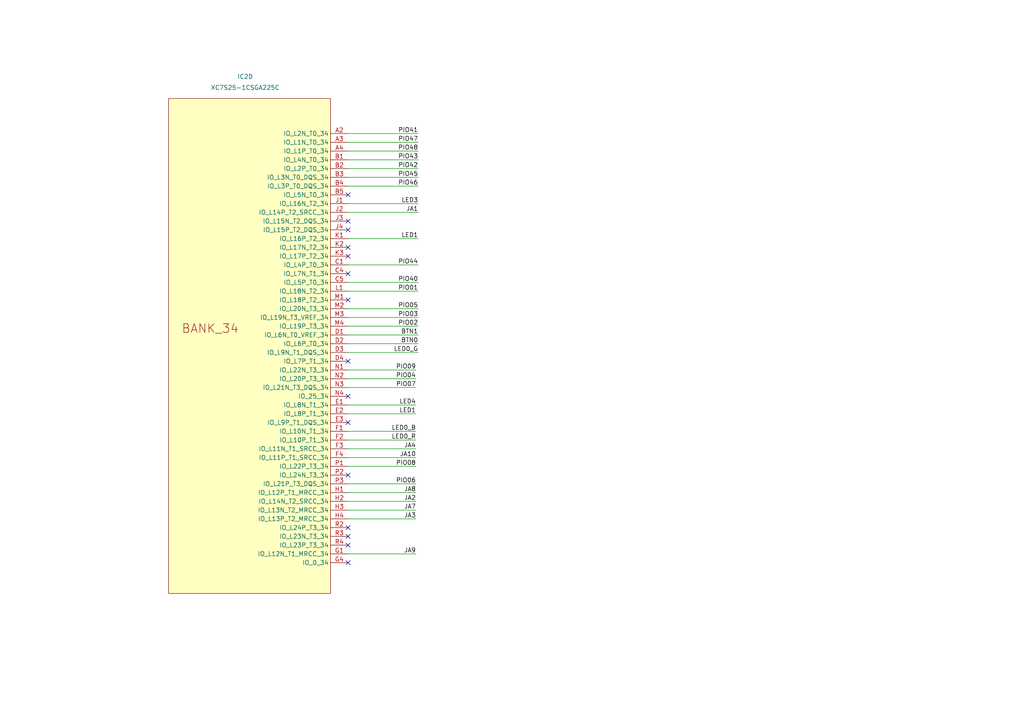
<source format=kicad_sch>
(kicad_sch (version 20230121) (generator eeschema)
  (paper "A4")
  (lib_symbols
    (symbol "SamacSys_Parts:XC7S25-1CSGA225C"
      (property "Reference" "IC1" (at -2.54 57.785 0))
      (property "Value" "XC7S25-1CSGA225C" (at -2.54 54.61 0))
      (symbol "XC7S25-1CSGA225C_1_1"
        (rectangle (start -21.59 65.405) (end 22.225 -52.07) (fill (type background)))
        (pin passive line (at -26.67 37.465 0) (length 5.08) (name "GND_1") (number "A1"))
        (pin passive line (at -26.67 34.925 0) (length 5.08) (name "GND_2") (number "A15"))
        (pin passive line (at 27.305 34.925 180) (length 5.08) (name "VCCO_15_1") (number "B7"))
        (pin passive line (at -26.67 32.385 0) (length 5.08) (name "GND_3") (number "B8"))
        (pin passive line (at 27.305 32.385 180) (length 5.08) (name "VCCO_15_2") (number "C11"))
        (pin passive line (at -26.67 27.305 0) (length 5.08) (name "GND_5") (number "C12"))
        (pin passive line (at -26.67 29.845 0) (length 5.08) (name "GND_4") (number "C2"))
        (pin passive line (at 27.305 17.145 180) (length 5.08) (name "VCCO_34_1") (number "C3"))
        (pin passive line (at -26.67 22.225 0) (length 5.08) (name "GND_7") (number "D14"))
        (pin passive line (at 27.305 -42.545 180) (length 5.08) (name "VCCBATT_0") (number "D5"))
        (pin passive line (at -26.67 24.765 0) (length 5.08) (name "GND_6") (number "D6"))
        (pin passive line (at 27.305 -22.86 180) (length 5.08) (name "VCCINT_2") (number "E10"))
        (pin passive line (at -26.67 19.685 0) (length 5.08) (name "GND_8") (number "E4"))
        (pin passive line (at 27.305 61.595 180) (length 5.08) (name "VCCO_0_1") (number "E6"))
        (pin passive line (at -26.67 17.145 0) (length 5.08) (name "GND_9") (number "E7"))
        (pin passive line (at 27.305 -20.32 180) (length 5.08) (name "VCCINT_1") (number "E8"))
        (pin passive line (at -26.67 14.605 0) (length 5.08) (name "GND_10") (number "E9"))
        (pin passive line (at -26.67 9.525 0) (length 5.08) (name "GND_12") (number "F10"))
        (pin passive line (at 27.305 29.845 180) (length 5.08) (name "VCCO_15_3") (number "F12"))
        (pin passive line (at -26.67 6.985 0) (length 5.08) (name "GND_13") (number "F13"))
        (pin passive line (at -26.67 12.065 0) (length 5.08) (name "GND_11") (number "F6"))
        (pin passive line (at 27.305 -25.4 180) (length 5.08) (name "VCCINT_3") (number "F7"))
        (pin passive line (at -26.67 -48.26 0) (length 5.08) (name "GNDADC_0") (number "F8"))
        (pin passive line (at 26.67 -48.26 180) (length 5.08) (name "VCCADC_0") (number "F9"))
        (pin passive line (at 27.305 -27.94 180) (length 5.08) (name "VCCINT_4") (number "G10"))
        (pin passive line (at 27.305 14.605 180) (length 5.08) (name "VCCO_34_2") (number "G2"))
        (pin passive line (at -26.67 4.445 0) (length 5.08) (name "GND_14") (number "G3"))
        (pin passive line (at 27.305 1.905 180) (length 5.08) (name "VCCBRAM_1") (number "G6"))
        (pin passive line (at -26.67 1.905 0) (length 5.08) (name "GND_15") (number "G7"))
        (pin passive line (at -26.67 -3.175 0) (length 5.08) (name "GND_17") (number "H10"))
        (pin passive line (at -26.67 -0.635 0) (length 5.08) (name "GND_16") (number "H6"))
        (pin passive line (at 27.305 -30.48 180) (length 5.08) (name "VCCINT_5") (number "H7"))
        (pin passive line (at 27.305 -33.02 180) (length 5.08) (name "VCCINT_6") (number "J10"))
        (pin passive line (at -26.67 -8.255 0) (length 5.08) (name "GND_19") (number "J13"))
        (pin passive line (at 27.305 50.8 180) (length 5.08) (name "VCCO_14_1") (number "J14"))
        (pin passive line (at 27.305 -0.635 180) (length 5.08) (name "VCCBRAM_2") (number "J6"))
        (pin passive line (at -26.67 -5.715 0) (length 5.08) (name "GND_18") (number "J7"))
        (pin passive line (at -26.67 -15.875 0) (length 5.08) (name "GND_22") (number "K10"))
        (pin passive line (at -26.67 -10.795 0) (length 5.08) (name "GND_20") (number "K6"))
        (pin passive line (at 27.305 -35.56 180) (length 5.08) (name "VCCINT_7") (number "K7"))
        (pin passive line (at -26.67 -13.335 0) (length 5.08) (name "GND_21") (number "K8"))
        (pin passive line (at 27.305 -38.1 180) (length 5.08) (name "VCCINT_8") (number "K9"))
        (pin passive line (at -26.67 -18.415 0) (length 5.08) (name "GND_23") (number "L2"))
        (pin passive line (at 27.305 12.065 180) (length 5.08) (name "VCCO_34_3") (number "L3"))
        (pin passive line (at 27.305 -9.525 180) (length 5.08) (name "VCCAUX_1") (number "L6"))
        (pin passive line (at -26.67 -20.955 0) (length 5.08) (name "GND_24") (number "L7"))
        (pin passive line (at 27.305 -12.065 180) (length 5.08) (name "VCCAUX_2") (number "L8"))
        (pin passive line (at -26.67 -23.495 0) (length 5.08) (name "GND_25") (number "L9"))
        (pin passive line (at -26.67 -26.035 0) (length 5.08) (name "GND_26") (number "M11"))
        (pin passive line (at 27.305 48.26 180) (length 5.08) (name "VCCO_14_2") (number "M12"))
        (pin passive line (at -26.67 -33.655 0) (length 5.08) (name "GND_29") (number "P13"))
        (pin passive line (at -26.67 -28.575 0) (length 5.08) (name "GND_27") (number "P4"))
        (pin passive line (at 27.305 59.055 180) (length 5.08) (name "VCCO_0_2") (number "P5"))
        (pin passive line (at -26.67 -31.115 0) (length 5.08) (name "GND_28") (number "P8"))
        (pin passive line (at 27.305 45.72 180) (length 5.08) (name "VCCO_14_3") (number "P9"))
        (pin passive line (at -26.67 -36.195 0) (length 5.08) (name "GND_30") (number "R1"))
        (pin passive line (at -26.67 -39.37 0) (length 5.08) (name "GND_31") (number "R15"))
      )
      (symbol "XC7S25-1CSGA225C_2_1"
        (rectangle (start -34.29 50.8) (end 24.13 -66.04) (fill (type background)))
        (text "BANK_14" (at -19.685 6.35 0) (effects (font (size 2.5 2.5))))
        (pin passive line (at 29.21 46.99 180) (length 5.08) (name "IO_0_14") (number "J11"))
        (pin passive line (at 29.21 44.45 180) (length 5.08) (name "IO_L5P_T0_D06_14") (number "J15"))
        (pin passive line (at 29.21 41.91 180) (length 5.08) (name "IO_L4P_T0_D04_14") (number "K14"))
        (pin passive line (at 29.21 39.37 180) (length 5.08) (name "IO_L5N_T0_D07_14") (number "K15"))
        (pin passive line (at 29.21 36.83 180) (length 5.08) (name "IO_25_14") (number "L10"))
        (pin passive line (at 29.21 34.29 180) (length 5.08) (name "IO_L6N_T0_D08_VREF_14") (number "L12"))
        (pin passive line (at 29.21 31.75 180) (length 5.08) (name "IO_L7P_T1_D09_14") (number "L13"))
        (pin passive line (at 29.21 29.21 180) (length 5.08) (name "IO_L7N_T1_D10_14") (number "L14"))
        (pin passive line (at 29.21 26.67 180) (length 5.08) (name "IO_L4N_T0_D05_14") (number "L15"))
        (pin passive line (at 29.21 16.51 180) (length 5.08) (name "IO_L13N_T2_MRCC_14") (number "M10"))
        (pin passive line (at 29.21 13.97 180) (length 5.08) (name "IO_L8P_T1_D11_14") (number "M13"))
        (pin passive line (at 29.21 11.43 180) (length 5.08) (name "IO_L9P_T1_DQS_14") (number "M14"))
        (pin passive line (at 29.21 8.89 180) (length 5.08) (name "IO_L9N_T1_DQS_D13_14") (number "M15"))
        (pin passive line (at 29.21 24.13 180) (length 5.08) (name "IO_L19P_T3_D26_14") (number "M7"))
        (pin passive line (at 29.21 21.59 180) (length 5.08) (name "IO_L19N_T3_D25_VREF_14") (number "M8"))
        (pin passive line (at 29.21 19.05 180) (length 5.08) (name "IO_L13P_T2_MRCC_14") (number "M9"))
        (pin passive line (at 29.21 -8.89 180) (length 5.08) (name "IO_L14P_T2_SRCC_14") (number "N12"))
        (pin passive line (at 29.21 -11.43 180) (length 5.08) (name "IO_L8N_T1_D12_14") (number "N13"))
        (pin passive line (at 29.21 -13.97 180) (length 5.08) (name "IO_L10P_T1_D14_14") (number "N14"))
        (pin passive line (at 29.21 -16.51 180) (length 5.08) (name "IO_L10N_T1_D15_14") (number "N15"))
        (pin passive line (at 29.21 6.35 180) (length 5.08) (name "IO_L20P_T3_D24_14") (number "N6"))
        (pin passive line (at 29.21 3.81 180) (length 5.08) (name "IO_L20N_T3_D23_14") (number "N7"))
        (pin passive line (at 29.21 1.27 180) (length 5.08) (name "IO_L21P_T3_DQS_14") (number "N8"))
        (pin passive line (at 29.21 -1.27 180) (length 5.08) (name "IO_L21N_T3_DQS_D22_14") (number "N9"))
        (pin passive line (at 29.21 -26.67 180) (length 5.08) (name "IO_L16N_T2_D31_14") (number "P11"))
        (pin passive line (at 29.21 -29.21 180) (length 5.08) (name "IO_L14N_T2_SRCC_14") (number "P12"))
        (pin passive line (at 29.21 -31.75 180) (length 5.08) (name "IO_L11P_T1_SRCC_14") (number "P14"))
        (pin passive line (at 29.21 -34.29 180) (length 5.08) (name "IO_L11N_T1_SRCC_14") (number "P15"))
        (pin passive line (at 29.21 -19.05 180) (length 5.08) (name "IO_L23P_T3_D19_14") (number "P6"))
        (pin passive line (at 29.21 -21.59 180) (length 5.08) (name "IO_L23N_T3_D18_14") (number "P7"))
        (pin passive line (at 29.21 -49.53 180) (length 5.08) (name "IO_L17N_T2_D29_14") (number "R10"))
        (pin passive line (at 29.21 -52.07 180) (length 5.08) (name "IO_L18P_T2_D28_14") (number "R11"))
        (pin passive line (at 29.21 -54.61 180) (length 5.08) (name "IO_L18N_T2_D27_14") (number "R12"))
        (pin passive line (at 29.21 -57.15 180) (length 5.08) (name "IO_L12P_T1_MRCC_14") (number "R13"))
        (pin passive line (at 29.21 -59.69 180) (length 5.08) (name "IO_L12N_T1_MRCC_14") (number "R14"))
        (pin passive line (at 29.21 -36.83 180) (length 5.08) (name "IO_L24P_T3_D17_14") (number "R5"))
        (pin passive line (at 29.21 -39.37 180) (length 5.08) (name "IO_L24N_T3_D16_14") (number "R6"))
        (pin passive line (at 29.21 -41.91 180) (length 5.08) (name "IO_L22P_T3_D21_14") (number "R7"))
        (pin passive line (at 29.21 -44.45 180) (length 5.08) (name "IO_L22N_T3_D20_14") (number "R8"))
        (pin passive line (at 29.21 -46.99 180) (length 5.08) (name "IO_L17P_T2_D30_14") (number "R9"))
      )
      (symbol "XC7S25-1CSGA225C_3_1"
        (rectangle (start -31.115 74.93) (end 27.305 -60.96) (fill (type background)))
        (text "BANK_15\n" (at -13.97 10.16 0) (effects (font (size 2.5 2.5))))
        (pin passive line (at 32.385 48.895 180) (length 5.08) (name "IO_L9N_T1_DQS_AD11N_15") (number "A10"))
        (pin passive line (at 32.385 46.355 180) (length 5.08) (name "IO_L11P_T1_SRCC_AD12P_15") (number "A11"))
        (pin passive line (at 32.385 43.815 180) (length 5.08) (name "IO_L11N_T1_SRCC_AD12N_15") (number "A12"))
        (pin passive line (at 32.385 41.275 180) (length 5.08) (name "IO_L12P_T1_MRCC_AD5P_15") (number "A13"))
        (pin passive line (at 32.385 38.735 180) (length 5.08) (name "IO_L12N_T1_MRCC_AD5N_15") (number "A14"))
        (pin passive line (at 32.385 61.595 180) (length 5.08) (name "IO_L5P_T0_AD2P_15") (number "A5"))
        (pin passive line (at 32.385 59.055 180) (length 5.08) (name "IO_L5N_T0_AD2N_15") (number "A6"))
        (pin passive line (at 32.385 56.515 180) (length 5.08) (name "IO_L3N_T0_DQS_AD1N_15") (number "A7"))
        (pin passive line (at 32.385 53.975 180) (length 5.08) (name "IO_L6P_T0_15") (number "A8"))
        (pin passive line (at 32.385 51.435 180) (length 5.08) (name "IO_L6N_T0_VREF_15") (number "A9"))
        (pin passive line (at 32.385 31.115 180) (length 5.08) (name "IO_L8N_T1_AD3N_15") (number "B10"))
        (pin passive line (at 32.385 28.575 180) (length 5.08) (name "IO_L10P_T1_AD4P_15") (number "B11"))
        (pin passive line (at 32.385 26.035 180) (length 5.08) (name "IO_L10N_T1_AD4N_15") (number "B12"))
        (pin passive line (at 32.385 23.495 180) (length 5.08) (name "IO_L13P_T2_MRCC_15") (number "B13"))
        (pin passive line (at 32.385 20.955 180) (length 5.08) (name "IO_L13N_T2_MRCC_15") (number "B14"))
        (pin passive line (at 32.385 18.415 180) (length 5.08) (name "IO_L14N_T2_SRCC_15") (number "B15"))
        (pin passive line (at 32.385 36.195 180) (length 5.08) (name "IO_L3P_T0_DQS_AD1P_15") (number "B6"))
        (pin passive line (at 32.385 33.655 180) (length 5.08) (name "IO_L9P_T1_DQS_AD11P_15") (number "B9"))
        (pin passive line (at 32.385 5.715 180) (length 5.08) (name "IO_L8P_T1_AD3P_15") (number "C10"))
        (pin passive line (at 32.385 3.175 180) (length 5.08) (name "IO_L15P_T2_DQS_15") (number "C13"))
        (pin passive line (at 32.385 0.635 180) (length 5.08) (name "IO_L15N_T2_DQS_15") (number "C14"))
        (pin passive line (at 32.385 -1.905 180) (length 5.08) (name "IO_L14P_T2_SRCC_15") (number "C15"))
        (pin passive line (at 32.385 15.875 180) (length 5.08) (name "IO_L1P_T0_AD0P_15") (number "C6"))
        (pin passive line (at 32.385 13.335 180) (length 5.08) (name "IO_L1N_T0_AD0N_15") (number "C7"))
        (pin passive line (at 32.385 10.795 180) (length 5.08) (name "IO_L4P_T0_AD9P_15") (number "C8"))
        (pin passive line (at 32.385 8.255 180) (length 5.08) (name "IO_L4N_T0_AD9N_15") (number "C9"))
        (pin passive line (at 32.385 -12.065 180) (length 5.08) (name "IO_L7N_T1_AD10N_15") (number "D10"))
        (pin passive line (at 32.385 -14.605 180) (length 5.08) (name "IO_0_15") (number "D11"))
        (pin passive line (at 32.385 -17.145 180) (length 5.08) (name "IO_L16P_T2_15") (number "D12"))
        (pin passive line (at 32.385 -19.685 180) (length 5.08) (name "IO_L16N_T2_15") (number "D13"))
        (pin passive line (at 32.385 -22.225 180) (length 5.08) (name "IO_L19N_T3_VREF_15") (number "D15"))
        (pin passive line (at 32.385 -4.445 180) (length 5.08) (name "IO_L2P_T0_AD8P_15") (number "D7"))
        (pin passive line (at 32.385 -6.985 180) (length 5.08) (name "IO_L2N_T0_AD8N_15") (number "D8"))
        (pin passive line (at 32.385 -9.525 180) (length 5.08) (name "IO_L7P_T1_AD10P_15") (number "D9"))
        (pin passive line (at 32.385 -24.765 180) (length 5.08) (name "IO_L17N_T2_15") (number "E11"))
        (pin passive line (at 32.385 -27.305 180) (length 5.08) (name "IO_L18P_T2_15") (number "E12"))
        (pin passive line (at 32.385 -29.845 180) (length 5.08) (name "IO_L18N_T2_15") (number "E13"))
        (pin passive line (at 32.385 -32.385 180) (length 5.08) (name "IO_L19P_T3_15") (number "E14"))
        (pin passive line (at 32.385 -34.925 180) (length 5.08) (name "IO_L21N_T3_DQS_15") (number "E15"))
        (pin passive line (at 32.385 -37.465 180) (length 5.08) (name "IO_L17P_T2_15") (number "F11"))
        (pin passive line (at 32.385 -40.005 180) (length 5.08) (name "IO_L21P_T3_DQS_15") (number "F14"))
        (pin passive line (at 32.385 -42.545 180) (length 5.08) (name "IO_L20N_T3_15") (number "F15"))
        (pin passive line (at 32.385 -45.085 180) (length 5.08) (name "IO_L23P_T3_15") (number "G11"))
        (pin passive line (at 32.385 -47.625 180) (length 5.08) (name "IO_L23N_T3_15") (number "G12"))
        (pin passive line (at 32.385 -50.165 180) (length 5.08) (name "IO_L22P_T3_15") (number "G13"))
        (pin passive line (at 32.385 -52.705 180) (length 5.08) (name "IO_L22N_T3_15") (number "G14"))
        (pin passive line (at 32.385 -55.245 180) (length 5.08) (name "IO_L20P_T3_15") (number "G15"))
        (pin passive line (at 32.385 69.215 180) (length 5.08) (name "IO_25_15") (number "H11"))
        (pin passive line (at 32.385 66.675 180) (length 5.08) (name "IO_L24P_T3_RS1_15") (number "H12"))
        (pin passive line (at 32.385 64.135 180) (length 5.08) (name "IO_L24N_T3_RS0_15") (number "H13"))
      )
      (symbol "XC7S25-1CSGA225C_4_1"
        (rectangle (start -22.225 66.675) (end 24.765 -76.835) (fill (type background)))
        (text "BANK_34" (at -10.16 0 0) (effects (font (size 2.5 2.5))))
        (pin passive line (at 29.845 56.515 180) (length 5.08) (name "IO_L2N_T0_34") (number "A2"))
        (pin passive line (at 29.845 53.975 180) (length 5.08) (name "IO_L1N_T0_34") (number "A3"))
        (pin passive line (at 29.845 51.435 180) (length 5.08) (name "IO_L1P_T0_34") (number "A4"))
        (pin passive line (at 29.845 48.895 180) (length 5.08) (name "IO_L4N_T0_34") (number "B1"))
        (pin passive line (at 29.845 46.355 180) (length 5.08) (name "IO_L2P_T0_34") (number "B2"))
        (pin passive line (at 29.845 43.815 180) (length 5.08) (name "IO_L3N_T0_DQS_34") (number "B3"))
        (pin passive line (at 29.845 41.275 180) (length 5.08) (name "IO_L3P_T0_DQS_34") (number "B4"))
        (pin passive line (at 29.845 38.735 180) (length 5.08) (name "IO_L5N_T0_34") (number "B5"))
        (pin passive line (at 29.845 18.415 180) (length 5.08) (name "IO_L4P_T0_34") (number "C1"))
        (pin passive line (at 29.845 15.875 180) (length 5.08) (name "IO_L7N_T1_34") (number "C4"))
        (pin passive line (at 29.845 13.335 180) (length 5.08) (name "IO_L5P_T0_34") (number "C5"))
        (pin passive line (at 29.845 -1.905 180) (length 5.08) (name "IO_L6N_T0_VREF_34") (number "D1"))
        (pin passive line (at 29.845 -4.445 180) (length 5.08) (name "IO_L6P_T0_34") (number "D2"))
        (pin passive line (at 29.845 -6.985 180) (length 5.08) (name "IO_L9N_T1_DQS_34") (number "D3"))
        (pin passive line (at 29.845 -9.525 180) (length 5.08) (name "IO_L7P_T1_34") (number "D4"))
        (pin passive line (at 29.845 -22.225 180) (length 5.08) (name "IO_L8N_T1_34") (number "E1"))
        (pin passive line (at 29.845 -24.765 180) (length 5.08) (name "IO_L8P_T1_34") (number "E2"))
        (pin passive line (at 29.845 -27.305 180) (length 5.08) (name "IO_L9P_T1_DQS_34") (number "E3"))
        (pin passive line (at 29.845 -29.845 180) (length 5.08) (name "IO_L10N_T1_34") (number "F1"))
        (pin passive line (at 29.845 -32.385 180) (length 5.08) (name "IO_L10P_T1_34") (number "F2"))
        (pin passive line (at 29.845 -34.925 180) (length 5.08) (name "IO_L11N_T1_SRCC_34") (number "F3"))
        (pin passive line (at 29.845 -37.465 180) (length 5.08) (name "IO_L11P_T1_SRCC_34") (number "F4"))
        (pin passive line (at 29.845 -65.405 180) (length 5.08) (name "IO_L12N_T1_MRCC_34") (number "G1"))
        (pin passive line (at 29.845 -67.945 180) (length 5.08) (name "IO_0_34") (number "G4"))
        (pin passive line (at 29.845 -47.625 180) (length 5.08) (name "IO_L12P_T1_MRCC_34") (number "H1"))
        (pin passive line (at 29.845 -50.165 180) (length 5.08) (name "IO_L14N_T2_SRCC_34") (number "H2"))
        (pin passive line (at 29.845 -52.705 180) (length 5.08) (name "IO_L13N_T2_MRCC_34") (number "H3"))
        (pin passive line (at 29.845 -55.245 180) (length 5.08) (name "IO_L13P_T2_MRCC_34") (number "H4"))
        (pin passive line (at 29.845 36.195 180) (length 5.08) (name "IO_L16N_T2_34") (number "J1"))
        (pin passive line (at 29.845 33.655 180) (length 5.08) (name "IO_L14P_T2_SRCC_34") (number "J2"))
        (pin passive line (at 29.845 31.115 180) (length 5.08) (name "IO_L15N_T2_DQS_34") (number "J3"))
        (pin passive line (at 29.845 28.575 180) (length 5.08) (name "IO_L15P_T2_DQS_34") (number "J4"))
        (pin passive line (at 29.845 26.035 180) (length 5.08) (name "IO_L16P_T2_34") (number "K1"))
        (pin passive line (at 29.845 23.495 180) (length 5.08) (name "IO_L17N_T2_34") (number "K2"))
        (pin passive line (at 29.845 20.955 180) (length 5.08) (name "IO_L17P_T2_34") (number "K3"))
        (pin passive line (at 29.845 10.795 180) (length 5.08) (name "IO_L18N_T2_34") (number "L1"))
        (pin passive line (at 29.845 8.255 180) (length 5.08) (name "IO_L18P_T2_34") (number "M1"))
        (pin passive line (at 29.845 5.715 180) (length 5.08) (name "IO_L20N_T3_34") (number "M2"))
        (pin passive line (at 29.845 3.175 180) (length 5.08) (name "IO_L19N_T3_VREF_34") (number "M3"))
        (pin passive line (at 29.845 0.635 180) (length 5.08) (name "IO_L19P_T3_34") (number "M4"))
        (pin passive line (at 29.845 -12.065 180) (length 5.08) (name "IO_L22N_T3_34") (number "N1"))
        (pin passive line (at 29.845 -14.605 180) (length 5.08) (name "IO_L20P_T3_34") (number "N2"))
        (pin passive line (at 29.845 -17.145 180) (length 5.08) (name "IO_L21N_T3_DQS_34") (number "N3"))
        (pin passive line (at 29.845 -19.685 180) (length 5.08) (name "IO_25_34") (number "N4"))
        (pin passive line (at 29.845 -40.005 180) (length 5.08) (name "IO_L22P_T3_34") (number "P1"))
        (pin passive line (at 29.845 -42.545 180) (length 5.08) (name "IO_L24N_T3_34") (number "P2"))
        (pin passive line (at 29.845 -45.085 180) (length 5.08) (name "IO_L21P_T3_DQS_34") (number "P3"))
        (pin passive line (at 29.845 -57.785 180) (length 5.08) (name "IO_L24P_T3_34") (number "R2"))
        (pin passive line (at 29.845 -60.325 180) (length 5.08) (name "IO_L23N_T3_34") (number "R3"))
        (pin passive line (at 29.845 -62.865 180) (length 5.08) (name "IO_L23P_T3_34") (number "R4"))
      )
      (symbol "XC7S25-1CSGA225C_5_1"
        (rectangle (start -36.83 41.275) (end 36.195 -33.655) (fill (type background)))
        (text "CONFIG\n" (at 0 0 0) (effects (font (size 2.5 2.5))))
        (pin passive line (at 40.64 27.305 180) (length 5.08) (name "TCK_0") (number "E5"))
        (pin passive line (at 41.275 0 180) (length 5.08) (name "CCLK_0") (number "F5"))
        (pin passive line (at 41.275 -2.54 180) (length 5.08) (name "DONE_0") (number "G5"))
        (pin passive line (at -41.91 -4.445 0) (length 5.08) (name "VREFN_0") (number "G8"))
        (pin passive line (at -41.91 -17.145 0) (length 5.08) (name "VP_0") (number "G9"))
        (pin passive line (at -41.91 32.385 0) (length 5.08) (name "IO_L1P_T0_D00_MOSI_14") (number "H14"))
        (pin passive line (at 41.275 -17.145 180) (length 5.08) (name "IO_L1N_T0_D01_DIN_14") (number "H15"))
        (pin passive line (at -41.91 -27.305 0) (length 5.08) (name "CFGBVS_0") (number "H5"))
        (pin passive line (at -41.91 -19.685 0) (length 5.08) (name "VN_0") (number "H8"))
        (pin passive line (at -41.91 -1.905 0) (length 5.08) (name "VREFP_0") (number "H9"))
        (pin passive line (at 41.275 -24.765 180) (length 5.08) (name "IO_L2P_T0_D02_14") (number "J12"))
        (pin passive line (at 41.275 -5.08 180) (length 5.08) (name "PROGRAM_B_0") (number "J5"))
        (pin passive line (at -41.91 13.335 0) (length 5.08) (name "DXN_0") (number "J8"))
        (pin passive line (at -41.91 10.795 0) (length 5.08) (name "DXP_0") (number "J9"))
        (pin passive line (at -41.91 29.845 0) (length 5.08) (name "IO_L3P_T0_DQS_PUDC_B_14") (number "K11"))
        (pin passive line (at -41.91 27.305 0) (length 5.08) (name "IO_L3N_T0_DQS_EMCCLK_14") (number "K12"))
        (pin passive line (at 41.275 -27.305 180) (length 5.08) (name "IO_L2N_T0_D03_14") (number "K13"))
        (pin passive line (at 40.64 22.225 180) (length 5.08) (name "TDO_0") (number "K4"))
        (pin passive line (at 40.64 29.845 180) (length 5.08) (name "TMS_0") (number "K5"))
        (pin passive line (at 41.275 -22.225 180) (length 5.08) (name "IO_L6P_T0_FCS_B_14") (number "L11"))
        (pin passive line (at 40.64 24.765 180) (length 5.08) (name "TDI_0") (number "L4"))
        (pin passive line (at 41.275 -7.62 180) (length 5.08) (name "INIT_B_0") (number "L5"))
        (pin passive line (at 41.275 12.7 180) (length 5.08) (name "M0_0") (number "M5"))
        (pin passive line (at 41.275 7.62 180) (length 5.08) (name "M2_0") (number "M6"))
        (pin passive line (at -41.91 24.765 0) (length 5.08) (name "IO_L15P_T2_DQS_RDWR_B_14") (number "N10"))
        (pin passive line (at 41.275 -19.685 180) (length 5.08) (name "IO_L15N_T2_DQS_DOUT_CSO_B_14") (number "N11"))
        (pin passive line (at 41.275 10.16 180) (length 5.08) (name "M1_0") (number "N5"))
        (pin passive line (at -41.91 22.225 0) (length 5.08) (name "IO_L16P_T2_CSI_B_14") (number "P10"))
      )
    )
  )
  (no_connect (at 100.965 86.995))
  (no_connect (at 100.965 158.115))
  (no_connect (at 100.965 64.135))
  (no_connect (at 100.965 71.755))
  (no_connect (at 100.965 66.675))
  (no_connect (at 100.965 79.375))
  (no_connect (at 100.965 122.555))
  (no_connect (at 100.965 153.035))
  (no_connect (at 100.965 104.775))
  (no_connect (at 100.965 163.195))
  (no_connect (at 100.965 137.795))
  (no_connect (at 100.965 56.515))
  (no_connect (at 100.965 74.295))
  (no_connect (at 100.965 114.935))
  (no_connect (at 100.965 155.575))
  (wire (pts (xy 100.965 84.455) (xy 121.285 84.455)))
  (wire (pts (xy 100.965 94.615) (xy 121.285 94.615)))
  (wire (pts (xy 100.965 135.255) (xy 120.65 135.255)))
  (wire (pts (xy 100.965 142.875) (xy 120.65 142.875)))
  (wire (pts (xy 100.965 97.155) (xy 121.285 97.155)))
  (wire (pts (xy 100.965 69.215) (xy 121.285 69.215)))
  (wire (pts (xy 100.965 41.275) (xy 121.285 41.275)))
  (wire (pts (xy 100.965 145.415) (xy 120.65 145.415)))
  (wire (pts (xy 100.965 76.835) (xy 121.285 76.835)))
  (wire (pts (xy 100.965 109.855) (xy 120.65 109.855)))
  (wire (pts (xy 100.965 53.975) (xy 121.285 53.975)))
  (wire (pts (xy 100.965 81.915) (xy 121.285 81.915)))
  (wire (pts (xy 100.965 120.015) (xy 120.65 120.015)))
  (wire (pts (xy 100.965 61.595) (xy 121.285 61.595)))
  (wire (pts (xy 100.965 89.535) (xy 121.285 89.535)))
  (wire (pts (xy 100.965 147.955) (xy 120.65 147.955)))
  (wire (pts (xy 100.965 38.735) (xy 121.285 38.735)))
  (wire (pts (xy 100.965 48.895) (xy 121.285 48.895)))
  (wire (pts (xy 100.965 117.475) (xy 120.65 117.475)))
  (wire (pts (xy 100.965 46.355) (xy 121.285 46.355)))
  (wire (pts (xy 100.965 127.635) (xy 120.65 127.635)))
  (wire (pts (xy 100.965 92.075) (xy 121.285 92.075)))
  (wire (pts (xy 100.965 132.715) (xy 120.65 132.715)))
  (wire (pts (xy 100.965 107.315) (xy 120.65 107.315)))
  (wire (pts (xy 100.965 130.175) (xy 120.65 130.175)))
  (wire (pts (xy 100.965 150.495) (xy 120.65 150.495)))
  (wire (pts (xy 100.965 59.055) (xy 121.285 59.055)))
  (wire (pts (xy 100.965 99.695) (xy 121.285 99.695)))
  (wire (pts (xy 100.965 160.655) (xy 120.65 160.655)))
  (wire (pts (xy 100.965 51.435) (xy 121.285 51.435)))
  (wire (pts (xy 100.965 43.815) (xy 121.285 43.815)))
  (wire (pts (xy 100.965 125.095) (xy 120.65 125.095)))
  (wire (pts (xy 100.965 140.335) (xy 120.65 140.335)))
  (wire (pts (xy 100.965 102.235) (xy 121.285 102.235)))
  (wire (pts (xy 100.965 112.395) (xy 120.65 112.395)))
  (label "PIO07" (at 120.65 112.395 180))
  (label "JA1" (at 121.285 61.595 180))
  (label "PIO01" (at 121.285 84.455 180))
  (label "BTN1" (at 121.285 97.155 180))
  (label "LED1" (at 121.285 69.215 180))
  (label "PIO45" (at 121.285 51.435 180))
  (label "JA10" (at 120.65 132.715 180))
  (label "PIO02" (at 121.285 94.615 180))
  (label "LED3" (at 121.285 59.055 180))
  (label "JA9" (at 120.65 160.655 180))
  (label "JA7" (at 120.65 147.955 180))
  (label "LED0_B" (at 120.65 125.095 180))
  (label "LED0_R" (at 120.65 127.635 180))
  (label "PIO09" (at 120.65 107.315 180))
  (label "PIO43" (at 121.285 46.355 180))
  (label "PIO48" (at 121.285 43.815 180))
  (label "PIO08" (at 120.65 135.255 180))
  (label "PIO06" (at 120.65 140.335 180))
  (label "PIO40" (at 121.285 81.915 180))
  (label "LED1" (at 120.65 120.015 180))
  (label "JA8" (at 120.65 142.875 180))
  (label "PIO46" (at 121.285 53.975 180))
  (label "BTN0" (at 121.285 99.695 180))
  (label "PIO04" (at 120.65 109.855 180))
  (label "PIO05" (at 121.285 89.535 180))
  (label "PIO03" (at 121.285 92.075 180))
  (label "PIO41" (at 121.285 38.735 180))
  (label "PIO42" (at 121.285 48.895 180))
  (label "LED0_G" (at 121.285 102.235 180))
  (label "LED4" (at 120.65 117.475 180))
  (label "JA3" (at 120.65 150.495 180))
  (label "PIO47" (at 121.285 41.275 180))
  (label "JA2" (at 120.65 145.415 180))
  (label "PIO44" (at 121.285 76.835 180))
  (label "JA4" (at 120.65 130.175 180))
  (symbol (lib_id "SamacSys_Parts:XC7S25-1CSGA225C") (at 71.12 95.25 0) (unit 4)
    (property "Reference" "IC2" (at 71.12 22.225 0))
    (property "Value" "XC7S25-1CSGA225C" (at 71.12 25.4 0))
    (property "Footprint" "SamacSys_Parts:BGA225C80P15X15_1300X1300X140" (effects hide))
    (property "Datasheet" "https://www.xilinx.com/support/documentation/data_sheets/ds180_7Series_Overview.pdf" (effects hide))
    (property "Height" "1.4" (effects hide))
    (property "Manufacturer_Name" "XILINX" (effects hide))
    (property "Manufacturer_Part_Number" "XC7S25-1CSGA225C" (effects hide))
    (property "Mouser Part Number" "217-XC7S25-1CSGA225C" (effects hide))
    (property "Mouser Price/Stock" "https://www.mouser.co.uk/ProductDetail/Xilinx/XC7S25-1CSGA225C?qs=rrS6PyfT74ewwYlQOIhRNA%3D%3D" (effects hide))
    (instances (project "sparton_7" (path "" (reference "IC2") (unit 4)) (path "" (reference "IC1") (unit 4)) (path "" (reference "IC1") (unit 4)) (path "" (reference "IC1") (unit 4)) (path "" (reference "IC1") (unit 4)) (path "" (reference "IC1") (unit 4))))
  )
)
</source>
